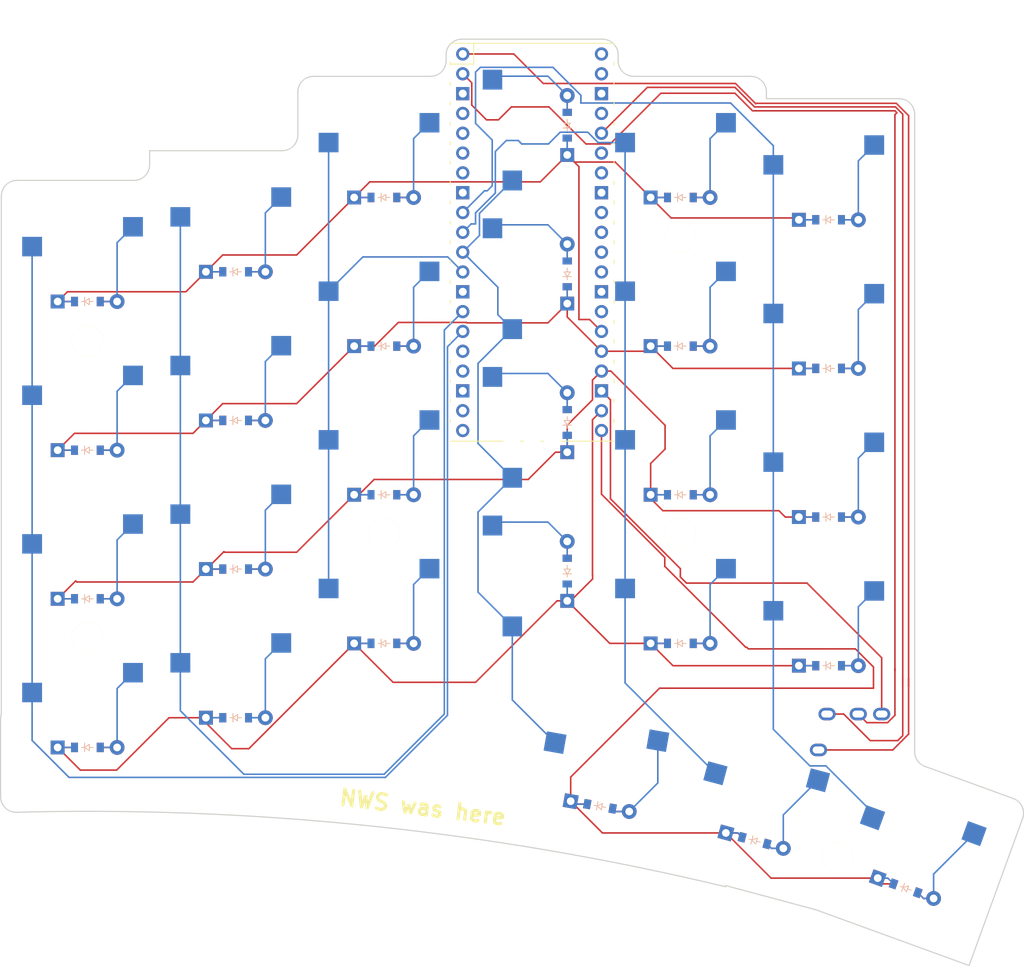
<source format=kicad_pcb>
(kicad_pcb (version 20241229) (generator "pcbnew") (generator_version "9.0")
  (title_block (title "left") (date "2025-08-21") (rev "v1.0.0") (company "Unknown"))
  (layers (0 "F.Cu" signal) (2 "B.Cu" signal) (13 "F.Paste" user) (15 "B.Paste" user) (5 "F.SilkS" user "F.Silkscreen") (7 "B.SilkS" user "B.Silkscreen") (1 "F.Mask" user) (3 "B.Mask" user) (25 "Edge.Cuts" user))
  (net 0 "")
  (net 1 "GP11")
  (net 2 "outer_bottom")
  (net 3 "outer_home")
  (net 4 "outer_top")
  (net 5 "outer_num")
  (net 6 "GP10")
  (net 7 "pinky_bottom")
  (net 8 "pinky_home")
  (net 9 "pinky_top")
  (net 10 "pinky_num")
  (net 11 "GP9")
  (net 12 "ring_bottom")
  (net 13 "ring_home")
  (net 14 "ring_top")
  (net 15 "ring_num")
  (net 16 "GP7")
  (net 17 "index_bottom")
  (net 18 "index_home")
  (net 19 "index_top")
  (net 20 "index_num")
  (net 21 "GP6")
  (net 22 "inner_bottom")
  (net 23 "inner_home")
  (net 24 "inner_top")
  (net 25 "inner_num")
  (net 26 "GP8")
  (net 27 "tuck_only")
  (net 28 "center_only")
  (net 29 "reach_only")
  (net 30 "middle_bottom")
  (net 31 "middle_home")
  (net 32 "middle_top")
  (net 33 "middle_num")
  (net 34 "GP17")
  (net 35 "GP18")
  (net 36 "GP19")
  (net 37 "GP20")
  (net 38 "GP16")
  (net 39 "3V3")
  (net 40 "GP0")
  (net 41 "GP1")
  (net 42 "GND")
  (net 43 "GP2")
  (net 44 "GP3")
  (net 45 "GP4")
  (net 46 "GP5")
  (net 47 "GP12")
  (net 48 "GP13")
  (net 49 "GP14")
  (net 50 "GP15")
  (net 51 "GP21")
  (net 52 "GP22")
  (net 53 "GP26")
  (net 54 "GP27")
  (net 55 "GP28")
  (net 56 "RUN")
  (net 57 "ADC_VREF")
  (net 58 "3V3_EN")
  (net 59 "VSYS")
  (net 60 "VBUS")
  (net 61 "AGND")
  (footprint "ComboDiode" (layer "F.Cu") (at 145 132.11)
    (property "Reference" "D16" (hide yes))
    (property "Value" "" (hide yes))
  )
  (footprint "MX" (layer "F.Cu") (at 164 130.4675)
    (property "Reference" "S20" (hide yes))
    (property "Value" "" (hide yes))
  )
  (footprint "ComboDiode" (layer "F.Cu") (at 107 189.26)
    (property "Reference" "D9" (hide yes))
    (property "Value" "" (hide yes))
  )
  (footprint "ComboDiode" (layer "F.Cu") (at 145 151.16)
    (property "Reference" "D15" (hide yes))
    (property "Value" "" (hide yes))
  )
  (footprint "MX" (layer "F.Cu") (at 164 187.6175)
    (property "Reference" "S17" (hide yes))
    (property "Value" "" (hide yes))
  )
  (footprint "ComboDiode" (layer "F.Cu") (at 69 164.495)
    (property "Reference" "D3" (hide yes))
    (property "Value" "" (hide yes))
  )
  (footprint "ComboDiode" (layer "F.Cu") (at 145 189.26)
    (property "Reference" "D13" (hide yes))
    (property "Value" "" (hide yes))
  )
  (footprint "MX" (layer "F.Cu") (at 126 179.9975 90)
    (property "Reference" "S24" (hide yes))
    (property "Value" "" (hide yes))
  )
  (footprint "ComboDiode" (layer "F.Cu") (at 88 141.635)
    (property "Reference" "D8" (hide yes))
    (property "Value" "" (hide yes))
  )
  (footprint "MX" (layer "F.Cu") (at 126 122.8475 90)
    (property "Reference" "S27" (hide yes))
    (property "Value" "" (hide yes))
  )
  (footprint "RPi_Pico_SMD_TH" (layer "F.Cu") (at 126 137.8475)
    (property "Reference" "_1" (hide yes))
    (property "Value" "RPi_Pico_SMD_TH")
  )
  (footprint "MX" (layer "F.Cu") (at 88 156.185)
    (property "Reference" "S7" (hide yes))
    (property "Value" "" (hide yes))
  )
  (footprint "ComboDiode" (layer "F.Cu") (at 107 151.16)
    (property "Reference" "D11" (hide yes))
    (property "Value" "" (hide yes))
  )
  (footprint "MX" (layer "F.Cu") (at 88 194.285)
    (property "Reference" "S5" (hide yes))
    (property "Value" "" (hide yes))
  )
  (footprint "MX" (layer "F.Cu") (at 107 165.71)
    (property "Reference" "S10" (hide yes))
    (property "Value" "" (hide yes))
  )
  (footprint "MX" (layer "F.Cu") (at 164 168.5675)
    (property "Reference" "S18" (hide yes))
    (property "Value" "" (hide yes))
  )
  (footprint "ComboDiode" (layer "F.Cu") (at 130.5 179.9975 90)
    (property "Reference" "D24" (hide yes))
    (property "Value" "" (hide yes))
  )
  (footprint "ComboDiode" (layer "F.Cu") (at 88 179.735)
    (property "Reference" "D6" (hide yes))
    (property "Value" "" (hide yes))
  )
  (footprint "MX" (layer "F.Cu") (at 107 146.66)
    (property "Reference" "S11" (hide yes))
    (property "Value" "" (hide yes))
  )
  (footprint "ComboDiode" (layer "F.Cu") (at 164 192.1175)
    (property "Reference" "D17" (hide yes))
    (property "Value" "" (hide yes))
  )
  (footprint "MX" (layer "F.Cu") (at 107 127.61)
    (property "Reference" "S12" (hide yes))
    (property "Value" "" (hide yes))
  )
  (footprint "HOLE_M2_TH" (layer "F.Cu") (at 165.16057 216.739174 -20)
    (property "Reference" "")
    (property "Value" "")
  )
  (footprint "MX" (layer "F.Cu") (at 145 127.61)
    (property "Reference" "S16" (hide yes))
    (property "Value" "" (hide yes))
  )
  (footprint "ComboDiode" (layer "F.Cu") (at 130.5 141.8975 90)
    (property "Reference" "D26" (hide yes))
    (property "Value" "" (hide yes))
  )
  (footprint "HOLE_M2_TH" (layer "F.Cu") (at 69 188.57)
    (property "Reference" "")
    (property "Value" "")
  )
  (footprint "MX" (layer "F.Cu") (at 88 137.135)
    (property "Reference" "S8" (hide yes))
    (property "Value" "" (hide yes))
  )
  (footprint "ComboDiode" (layer "F.Cu") (at 88 198.785)
    (property "Reference" "D5" (hide yes))
    (property "Value" "" (hide yes))
  )
  (footprint "HOLE_M2_TH" (layer "F.Cu") (at 69 150.47)
    (property "Reference" "")
    (property "Value" "")
  )
  (footprint "MX" (layer "F.Cu") (at 126 160.9475 90)
    (property "Reference" "S25" (hide yes))
    (property "Value" "" (hide yes))
  )
  (footprint "ComboDiode" (layer "F.Cu") (at 130.5 160.9475 90)
    (property "Reference" "D25" (hide yes))
    (property "Value" "" (hide yes))
  )
  (footprint "ComboDiode" (layer "F.Cu") (at 134.693583 210.146635 -10)
    (property "Reference" "D21" (hide yes))
    (property "Value" "" (hide yes))
  )
  (footprint "ComboDiode" (layer "F.Cu") (at 164 134.9675)
    (property "Reference" "D20" (hide yes))
    (property "Value" "" (hide yes))
  )
  (footprint "HOLE_M2_TH" (layer "F.Cu") (at 145 137.135)
    (property "Reference" "")
    (property "Value" "")
  )
  (footprint "ComboDiode" (layer "F.Cu") (at 107 170.21)
    (property "Reference" "D10" (hide yes))
    (property "Value" "" (hide yes))
  )
  (footprint "ComboDiode" (layer "F.Cu") (at 130.5 122.8475 90)
    (property "Reference" "D27" (hide yes))
    (property "Value" "" (hide yes))
  )
  (footprint "MX" (layer "F.Cu") (at 69 179.045)
    (property "Reference" "S2" (hide yes))
    (property "Value" "" (hide yes))
  )
  (footprint "MX" (layer "F.Cu") (at 175.414239 216.416687 -20)
    (property "Reference" "S23" (hide yes))
    (property "Value" "" (hide yes))
  )
  (footprint "HOLE_M2_TH" (layer "F.Cu") (at 107 175.235)
    (property "Reference" "")
    (property "Value" "")
  )
  (footprint "ComboDiode" (layer "F.Cu") (at 164 154.0175)
    (property "Reference" "D19" (hide yes))
    (property "Value" "" (hide yes))
  )
  (footprint "ComboDiode" (layer "F.Cu") (at 164 173.0675)
    (property "Reference" "D18" (hide yes))
    (property "Value" "" (hide yes))
  )
  (footprint "MX" (layer "F.Cu") (at 155.678242 210.193951 -15)
    (property "Reference" "S22" (hide yes))
    (property "Value" "" (hide yes))
  )
  (footprint "MX" (layer "F.Cu") (at 126 141.8975 90)
    (property "Reference" "S26" (hide yes))
    (property "Value" "" (hide yes))
  )
  (footprint "ComboDiode" (layer "F.Cu") (at 69 145.445)
    (property "Reference" "D4" (hide yes))
    (property "Value" "" (hide yes))
  )
  (footprint "MX" (layer "F.Cu") (at 88 175.235)
    (property "Reference" "S6" (hide yes))
    (property "Value" "" (hide yes))
  )
  (footprint "ComboDiode" (layer "F.Cu") (at 69 202.595)
    (property "Reference" "D1" (hide yes))
    (property "Value" "" (hide yes))
  )
  (footprint "ComboDiode" (layer "F.Cu") (at 69 183.545)
    (property "Reference" "D2" (hide yes))
    (property "Value" "" (hide yes))
  )
  (footprint "MX" (layer "F.Cu") (at 69 198.095)
    (property "Reference" "S1" (hide yes))
    (property "Value" "" (hide yes))
  )
  (footprint "MX" (layer "F.Cu") (at 145 165.71)
    (property "Reference" "S14" (hide yes))
    (property "Value" "" (hide yes))
  )
  (footprint "ComboDiode" (layer "F.Cu") (at 107 132.11)
    (property "Reference" "D12" (hide yes))
    (property "Value" "" (hide yes))
  )
  (footprint "MX" (layer "F.Cu") (at 107 184.76)
    (property "Reference" "S9" (hide yes))
    (property "Value" "" (hide yes))
  )
  (footprint "ComboDiode" (layer "F.Cu") (at 173.875148 220.645304 -20)
    (property "Reference" "D23" (hide yes))
    (property "Value" "" (hide yes))
  )
  (footprint "ComboDiode" (layer "F.Cu") (at 154.513557 214.540617 -15)
    (property "Reference" "D22" (hide yes))
    (property "Value" "" (hide yes))
  )
  (footprint "MX" (layer "F.Cu") (at 69 159.995)
    (property "Reference" "S3" (hide yes))
    (property "Value" "" (hide yes))
  )
  (footprint "HOLE_M2_TH" (layer "F.Cu") (at 145 175.235)
    (property "Reference" "")
    (property "Value" "")
  )
  (footprint "ComboDiode" (layer "F.Cu") (at 88 160.685)
    (property "Reference" "D7" (hide yes))
    (property "Value" "" (hide yes))
  )
  (footprint "MX" (layer "F.Cu") (at 69 140.945)
    (property "Reference" "S4" (hide yes))
    (property "Value" "" (hide yes))
  )
  (footprint "MX" (layer "F.Cu") (at 135.475 205.715 -10)
    (property "Reference" "S21" (hide yes))
    (property "Value" "" (hide yes))
  )
  (footprint "MX" (layer "F.Cu") (at 164 149.5175)
    (property "Reference" "S19" (hide yes))
    (property "Value" "" (hide yes))
  )
  (footprint "ComboDiode" (layer "F.Cu") (at 145 170.21)
    (property "Reference" "D14" (hide yes))
    (property "Value" "" (hide yes))
  )
  (footprint "MX" (layer "F.Cu") (at 145 146.66)
    (property "Reference" "S15" (hide yes))
    (property "Value" "" (hide yes))
  )
  (footprint "MX" (layer "F.Cu") (at 145 184.76)
    (property "Reference" "S13" (hide yes))
    (property "Value" "" (hide yes))
  )
  (footprint "ceoloide:trrs_pj320a" (layer "B.Cu") (at 174 200.6175 -90)
    (property "Reference" "TRRS1" (hide yes))
    (property "Value" "")
  )
  (gr_line (start 137.025 114.585) (end 137.025 113.8225) (stroke (width 0.15)) (layer "Edge.Cuts"))
  (gr_line (start 76.975 126.11) (end 76.975 127.92) (stroke (width 0.15)) (layer "Edge.Cuts"))
  (gr_arc (start 57.975 131.92) (mid 58.560786 130.505786) (end 59.975 129.92) (stroke (width 0.15)) (layer "Edge.Cuts"))
  (gr_line (start 156.025 119.4425) (end 156.025 118.585) (stroke (width 0.15)) (layer "Edge.Cuts"))
  (gr_line (start 93.975 126.11) (end 76.975 126.11) (stroke (width 0.15)) (layer "Edge.Cuts"))
  (gr_arc (start 59.927469 210.905525) (mid 105.66354 212.69915) (end 150.774461 220.445772) (stroke (width 0.15)) (layer "Edge.Cuts"))
  (gr_arc (start 95.975 118.585) (mid 96.560786 117.170786) (end 97.975 116.585) (stroke (width 0.15)) (layer "Edge.Cuts"))
  (gr_line (start 114.975 113.8225) (end 114.975 114.585) (stroke (width 0.15)) (layer "Edge.Cuts"))
  (gr_line (start 182.003578 230.54757) (end 188.861082 211.706733) (stroke (width 0.15)) (layer "Edge.Cuts"))
  (gr_arc (start 76.975 127.92) (mid 76.389214 129.334214) (end 74.975 129.92) (stroke (width 0.15)) (layer "Edge.Cuts"))
  (gr_line (start 150.774461 220.445772) (end 150.800031 220.300758) (stroke (width 0.15)) (layer "Edge.Cuts"))
  (gr_arc (start 139.025 116.585) (mid 137.610786 115.999214) (end 137.025 114.585) (stroke (width 0.15)) (layer "Edge.Cuts"))
  (gr_line (start 112.975 116.585) (end 97.975 116.585) (stroke (width 0.15)) (layer "Edge.Cuts"))
  (gr_line (start 74.975 129.92) (end 59.975 129.92) (stroke (width 0.15)) (layer "Edge.Cuts"))
  (gr_arc (start 176.34096 205.021426) (mid 175.38668 204.289197) (end 175.025 203.14204) (stroke (width 0.15)) (layer "Edge.Cuts"))
  (gr_arc (start 114.975 113.8225) (mid 115.560786 112.408286) (end 116.975 111.8225) (stroke (width 0.15)) (layer "Edge.Cuts"))
  (gr_arc (start 173.025 119.4425) (mid 174.439214 120.028286) (end 175.025 121.4425) (stroke (width 0.15)) (layer "Edge.Cuts"))
  (gr_line (start 135.025 111.8225) (end 116.975 111.8225) (stroke (width 0.15)) (layer "Edge.Cuts"))
  (gr_arc (start 135.025 111.8225) (mid 136.439214 112.408286) (end 137.025 113.8225) (stroke (width 0.15)) (layer "Edge.Cuts"))
  (gr_line (start 150.800031 220.300758) (end 162.363646 223.399219) (stroke (width 0.15)) (layer "Edge.Cuts"))
  (gr_line (start 187.665737 209.143307) (end 176.34096 205.021426) (stroke (width 0.15)) (layer "Edge.Cuts"))
  (gr_line (start 154.025 116.585) (end 139.025 116.585) (stroke (width 0.15)) (layer "Edge.Cuts"))
  (gr_line (start 95.975 118.585) (end 95.975 124.11) (stroke (width 0.15)) (layer "Edge.Cuts"))
  (gr_line (start 175.025 203.14204) (end 175.025 121.4425) (stroke (width 0.15)) (layer "Edge.Cuts"))
  (gr_arc (start 154.025 116.585) (mid 155.439214 117.170786) (end 156.025 118.585) (stroke (width 0.15)) (layer "Edge.Cuts"))
  (gr_arc (start 59.927469 210.905525) (mid 58.479456 210.338858) (end 57.875 208.906213) (stroke (width 0.15)) (layer "Edge.Cuts"))
  (gr_arc (start 95.975 124.11) (mid 95.389214 125.524214) (end 93.975 126.11) (stroke (width 0.15)) (layer "Edge.Cuts"))
  (gr_line (start 162.363646 223.399219) (end 182.003578 230.54757) (stroke (width 0.15)) (layer "Edge.Cuts"))
  (gr_line (start 173.025 119.4425) (end 156.025 119.4425) (stroke (width 0.15)) (layer "Edge.Cuts"))
  (gr_line (start 57.875 208.906213) (end 57.875 198.78191) (stroke (width 0.15)) (layer "Edge.Cuts"))
  (gr_arc (start 187.665737 209.143307) (mid 188.794319 210.177456) (end 188.861082 211.706733) (stroke (width 0.15)) (layer "Edge.Cuts"))
  (gr_arc (start 114.975 114.585) (mid 114.389214 115.999214) (end 112.975 116.585) (stroke (width 0.15)) (layer "Edge.Cuts"))
  (gr_line (start 57.975 198.214782) (end 57.975 131.92) (stroke (width 0.15)) (layer "Edge.Cuts"))
  (gr_line (start 57.975 198.214782) (end 57.875 198.78191) (stroke (width 0.15)) (layer "Edge.Cuts"))
  (gr_text "NWS was here" (at 122.829462 211.608663 -7) (layer "F.SilkS") (effects (font (size 2 2) (thickness 0.4)) (justify right)))
  (segment (start 115.151 198.476533) (end 107.191766 206.435767) (width 0.2) (layer "B.Cu") (net 1))
  (segment (start 61.915 195.555) (end 61.915 138.405) (width 0.2) (layer "B.Cu") (net 1))
  (segment (start 115.151 151.2365) (end 115.151 198.476533) (width 0.2) (layer "B.Cu") (net 1))
  (segment (start 61.915 201.7) (end 61.915 195.555) (width 0.2) (layer "B.Cu") (net 1))
  (segment (start 66.650767 206.435767) (end 61.915 201.7) (width 0.2) (layer "B.Cu") (net 1))
  (segment (start 107.191766 206.435767) (end 66.650767 206.435767) (width 0.2) (layer "B.Cu") (net 1))
  (segment (start 117.11 149.2775) (end 115.151 151.2365) (width 0.2) (layer "B.Cu") (net 1))
  (segment (start 72.81 202.595) (end 70.65 202.595) (width 0.2) (layer "F.Cu") (net 2))
  (segment (start 74.842 193.015) (end 72.81 195.047) (width 0.2) (layer "B.Cu") (net 2))
  (segment (start 72.81 202.595) (end 70.65 202.595) (width 0.2) (layer "B.Cu") (net 2))
  (segment (start 72.81 195.047) (end 72.81 202.595) (width 0.2) (layer "B.Cu") (net 2))
  (segment (start 72.81 183.545) (end 70.65 183.545) (width 0.2) (layer "F.Cu") (net 3))
  (segment (start 74.842 173.965) (end 72.81 175.997) (width 0.2) (layer "B.Cu") (net 3))
  (segment (start 70.65 183.545) (end 72.81 183.545) (width 0.2) (layer "B.Cu") (net 3))
  (segment (start 72.81 175.997) (end 72.81 183.545) (width 0.2) (layer "B.Cu") (net 3))
  (segment (start 72.81 164.495) (end 70.65 164.495) (width 0.2) (layer "F.Cu") (net 4))
  (segment (start 74.842 154.915) (end 72.81 156.947) (width 0.2) (layer "B.Cu") (net 4))
  (segment (start 72.81 164.495) (end 70.65 164.495) (width 0.2) (layer "B.Cu") (net 4))
  (segment (start 72.81 156.947) (end 72.81 164.495) (width 0.2) (layer "B.Cu") (net 4))
  (segment (start 72.81 145.445) (end 70.65 145.445) (width 0.2) (layer "F.Cu") (net 5))
  (segment (start 72.81 145.445) (end 70.65 145.445) (width 0.2) (layer "B.Cu") (net 5))
  (segment (start 74.842 135.865) (end 72.81 137.897) (width 0.2) (layer "B.Cu") (net 5))
  (segment (start 72.81 137.897) (end 72.81 145.445) (width 0.2) (layer "B.Cu") (net 5))
  (segment (start 89.059767 206.034767) (end 107.025666 206.034767) (width 0.2) (layer "B.Cu") (net 6))
  (segment (start 114.75 149.0975) (end 117.11 146.7375) (width 0.2) (layer "B.Cu") (net 6))
  (segment (start 80.915 191.745) (end 80.915 197.89) (width 0.2) (layer "B.Cu") (net 6))
  (segment (start 114.75 198.310433) (end 114.75 149.0975) (width 0.2) (layer "B.Cu") (net 6))
  (segment (start 80.915 197.89) (end 89.059767 206.034767) (width 0.2) (layer "B.Cu") (net 6))
  (segment (start 80.915 191.745) (end 80.915 134.595) (width 0.2) (layer "B.Cu") (net 6))
  (segment (start 107.025666 206.034767) (end 114.75 198.310433) (width 0.2) (layer "B.Cu") (net 6))
  (segment (start 91.81 198.785) (end 89.65 198.785) (width 0.2) (layer "F.Cu") (net 7))
  (segment (start 93.842 189.205) (end 91.81 191.237) (width 0.2) (layer "B.Cu") (net 7))
  (segment (start 89.65 198.785) (end 91.81 198.785) (width 0.2) (layer "B.Cu") (net 7))
  (segment (start 91.81 191.237) (end 91.81 198.785) (width 0.2) (layer "B.Cu") (net 7))
  (segment (start 91.81 179.735) (end 89.65 179.735) (width 0.2) (layer "F.Cu") (net 8))
  (segment (start 91.81 179.735) (end 89.65 179.735) (width 0.2) (layer "B.Cu") (net 8))
  (segment (start 91.81 172.187) (end 91.81 179.735) (width 0.2) (layer "B.Cu") (net 8))
  (segment (start 93.842 170.155) (end 91.81 172.187) (width 0.2) (layer "B.Cu") (net 8))
  (segment (start 91.81 160.685) (end 89.65 160.685) (width 0.2) (layer "F.Cu") (net 9))
  (segment (start 93.842 151.105) (end 91.81 153.137) (width 0.2) (layer "B.Cu") (net 9))
  (segment (start 91.81 153.137) (end 91.81 160.685) (width 0.2) (layer "B.Cu") (net 9))
  (segment (start 91.81 160.685) (end 89.65 160.685) (width 0.2) (layer "B.Cu") (net 9))
  (segment (start 91.81 141.635) (end 89.65 141.635) (width 0.2) (layer "F.Cu") (net 10))
  (segment (start 91.81 141.635) (end 89.65 141.635) (width 0.2) (layer "B.Cu") (net 10))
  (segment (start 93.842 132.055) (end 91.81 134.087) (width 0.2) (layer "B.Cu") (net 10))
  (segment (start 91.81 134.087) (end 91.81 141.635) (width 0.2) (layer "B.Cu") (net 10))
  (segment (start 99.915 144.12) (end 104.306 139.729) (width 0.2) (layer "B.Cu") (net 11))
  (segment (start 104.306 139.729) (end 115.1815 139.729) (width 0.2) (layer "B.Cu") (net 11))
  (segment (start 99.915 182.22) (end 99.915 125.07) (width 0.2) (layer "B.Cu") (net 11))
  (segment (start 115.1815 139.729) (end 117.11 141.6575) (width 0.2) (layer "B.Cu") (net 11))
  (segment (start 110.81 189.26) (end 108.65 189.26) (width 0.2) (layer "F.Cu") (net 12))
  (segment (start 108.65 189.26) (end 110.81 189.26) (width 0.2) (layer "B.Cu") (net 12))
  (segment (start 110.81 181.712) (end 110.81 189.26) (width 0.2) (layer "B.Cu") (net 12))
  (segment (start 112.842 179.68) (end 110.81 181.712) (width 0.2) (layer "B.Cu") (net 12))
  (segment (start 110.81 170.21) (end 108.65 170.21) (width 0.2) (layer "F.Cu") (net 13))
  (segment (start 112.842 160.63) (end 110.81 162.662) (width 0.2) (layer "B.Cu") (net 13))
  (segment (start 110.81 162.662) (end 110.81 170.21) (width 0.2) (layer "B.Cu") (net 13))
  (segment (start 110.81 170.21) (end 108.65 170.21) (width 0.2) (layer "B.Cu") (net 13))
  (segment (start 110.81 151.16) (end 108.65 151.16) (width 0.2) (layer "F.Cu") (net 14))
  (segment (start 112.842 141.58) (end 110.81 143.612) (width 0.2) (layer "B.Cu") (net 14))
  (segment (start 110.81 143.612) (end 110.81 151.16) (width 0.2) (layer "B.Cu") (net 14))
  (segment (start 110.81 151.16) (end 108.65 151.16) (width 0.2) (layer "B.Cu") (net 14))
  (segment (start 110.81 132.11) (end 108.65 132.11) (width 0.2) (layer "F.Cu") (net 15))
  (segment (start 108.65 132.11) (end 110.81 132.11) (width 0.2) (layer "B.Cu") (net 15))
  (segment (start 112.842 122.53) (end 110.81 124.562) (width 0.2) (layer "B.Cu") (net 15))
  (segment (start 110.81 124.562) (end 110.81 132.11) (width 0.2) (layer "B.Cu") (net 15))
  (segment (start 124.226709 124.8065) (end 122.693291 124.8065) (width 0.2) (layer "B.Cu") (net 16))
  (segment (start 137.915 125.07) (end 137.735 125.25) (width 0.2) (layer "B.Cu") (net 16))
  (segment (start 118.75 134.0754) (end 118.75 135.5) (width 0.2) (layer "B.Cu") (net 16))
  (segment (start 129.599 123.7465) (end 133.13124 123.7465) (width 0.2) (layer "B.Cu") (net 16))
  (segment (start 134.45474 125.07) (end 137.915 125.07) (width 0.2) (layer "B.Cu") (net 16))
  (segment (start 121.2877 131.5377) (end 118.75 134.0754) (width 0.2) (layer "B.Cu") (net 16))
  (segment (start 128.097 125.2485) (end 129.599 123.7465) (width 0.2) (layer "B.Cu") (net 16))
  (segment (start 133.13124 123.7465) (end 134.45474 125.07) (width 0.2) (layer "B.Cu") (net 16))
  (segment (start 121.2877 126.212091) (end 121.2877 131.5377) (width 0.2) (layer "B.Cu") (net 16))
  (segment (start 124.66871 125.2485) (end 128.097 125.2485) (width 0.2) (layer "B.Cu") (net 16))
  (segment (start 124.670209 125.25) (end 124.460105 125.039895) (width 0.2) (layer "B.Cu") (net 16))
  (segment (start 118.1875 135.5) (end 117.11 136.5775) (width 0.2) (layer "B.Cu") (net 16))
  (segment (start 137.915 182.22) (end 137.915 194.329708) (width 0.2) (layer "B.Cu") (net 16))
  (segment (start 137.915 194.329708) (end 149.492058 205.906766) (width 0.2) (layer "B.Cu") (net 16))
  (segment (start 118.75 135.5) (end 118.1875 135.5) (width 0.2) (layer "B.Cu") (net 16))
  (segment (start 122.693291 124.8065) (end 121.2877 126.212091) (width 0.2) (layer "B.Cu") (net 16))
  (segment (start 124.460105 125.039895) (end 124.226709 124.8065) (width 0.2) (layer "B.Cu") (net 16))
  (segment (start 137.915 125.07) (end 137.915 182.22) (width 0.2) (layer "B.Cu") (net 16))
  (segment (start 124.460105 125.039895) (end 124.66871 125.2485) (width 0.2) (layer "B.Cu") (net 16))
  (segment (start 148.81 189.26) (end 146.65 189.26) (width 0.2) (layer "F.Cu") (net 17))
  (segment (start 148.81 189.26) (end 146.65 189.26) (width 0.2) (layer "B.Cu") (net 17))
  (segment (start 150.842 179.68) (end 148.81 181.712) (width 0.2) (layer "B.Cu") (net 17))
  (segment (start 148.81 181.712) (end 148.81 189.26) (width 0.2) (layer "B.Cu") (net 17))
  (segment (start 148.81 170.21) (end 146.65 170.21) (width 0.2) (layer "F.Cu") (net 18))
  (segment (start 148.81 170.21) (end 146.65 170.21) (width 0.2) (layer "B.Cu") (net 18))
  (segment (start 148.81 162.662) (end 148.81 170.21) (width 0.2) (layer "B.Cu") (net 18))
  (segment (start 150.842 160.63) (end 148.81 162.662) (width 0.2) (layer "B.Cu") (net 18))
  (segment (start 148.81 151.16) (end 146.65 151.16) (width 0.2) (layer "F.Cu") (net 19))
  (segment (start 150.842 141.58) (end 148.81 143.612) (width 0.2) (layer "B.Cu") (net 19))
  (segment (start 146.65 151.16) (end 148.81 151.16) (width 0.2) (layer "B.Cu") (net 19))
  (segment (start 148.81 143.612) (end 148.81 151.16) (width 0.2) (layer "B.Cu") (net 19))
  (segment (start 148.81 132.11) (end 146.65 132.11) (width 0.2) (layer "F.Cu") (net 20))
  (segment (start 150.842 122.53) (end 148.81 124.562) (width 0.2) (layer "B.Cu") (net 20))
  (segment (start 148.81 124.562) (end 148.81 132.11) (width 0.2) (layer "B.Cu") (net 20))
  (segment (start 148.81 132.11) (end 146.65 132.11) (width 0.2) (layer "B.Cu") (net 20))
  (segment (start 156.915 200.272397) (end 161.60327 204.960667) (width 0.2) (layer "B.Cu") (net 21))
  (segment (start 163.65575 204.960667) (end 169.625248 210.930165) (width 0.2) (layer "B.Cu") (net 21))
  (segment (start 120.8867 130.6133) (end 120.25 131.25) (width 0.2) (layer "B.Cu") (net 21))
  (segment (start 118.75 116.0485) (end 118.75 122.6133) (width 0.2) (layer "B.Cu") (net 21))
  (segment (start 120.25 131.25) (end 119.8975 131.25) (width 0.2) (layer "B.Cu") (net 21))
  (segment (start 156.915 127.9275) (end 156.915 185.0775) (width 0.2) (layer "B.Cu") (net 21))
  (segment (start 156.915 185.0775) (end 156.915 200.272397) (width 0.2) (layer "B.Cu") (net 21))
  (segment (start 151.439 120) (end 132.25 120) (width 0.2) (layer "B.Cu") (net 21))
  (segment (start 156.915 125.476) (end 151.439 120) (width 0.2) (layer "B.Cu") (net 21))
  (segment (start 169.625248 210.930165) (end 169.625248 211.606655) (width 0.2) (layer "B.Cu") (net 21))
  (segment (start 132.25 120) (end 132.25 119.014783) (width 0.2) (layer "B.Cu") (net 21))
  (segment (start 119.8975 131.25) (end 117.11 134.0375) (width 0.2) (layer "B.Cu") (net 21))
  (segment (start 120.8867 124.75) (end 120.8867 130.6133) (width 0.2) (layer "B.Cu") (net 21))
  (segment (start 128.664717 115.4295) (end 119.369 115.4295) (width 0.2) (layer "B.Cu") (net 21))
  (segment (start 161.60327 204.960667) (end 163.65575 204.960667) (width 0.2) (layer "B.Cu") (net 21))
  (segment (start 156.915 127.9275) (end 156.915 125.476) (width 0.2) (layer "B.Cu") (net 21))
  (segment (start 119.369 115.4295) (end 118.75 116.0485) (width 0.2) (layer "B.Cu") (net 21))
  (segment (start 118.75 122.6133) (end 120.8867 124.75) (width 0.2) (layer "B.Cu") (net 21))
  (segment (start 132.25 119.014783) (end 128.664717 115.4295) (width 0.2) (layer "B.Cu") (net 21))
  (segment (start 167.81 192.1175) (end 165.65 192.1175) (width 0.2) (layer "F.Cu") (net 22))
  (segment (start 167.81 192.1175) (end 165.65 192.1175) (width 0.2) (layer "B.Cu") (net 22))
  (segment (start 167.81 184.5695) (end 167.81 192.1175) (width 0.2) (layer "B.Cu") (net 22))
  (segment (start 169.842 182.5375) (end 167.81 184.5695) (width 0.2) (layer "B.Cu") (net 22))
  (segment (start 167.81 173.0675) (end 165.65 173.0675) (width 0.2) (layer "F.Cu") (net 23))
  (segment (start 167.81 173.0675) (end 165.65 173.0675) (width 0.2) (layer "B.Cu") (net 23))
  (segment (start 167.81 165.5195) (end 167.81 173.0675) (width 0.2) (layer "B.Cu") (net 23))
  (segment (start 169.842 163.4875) (end 167.81 165.5195) (width 0.2) (layer "B.Cu") (net 23))
  (segment (start 167.81 154.0175) (end 165.65 154.0175) (width 0.2) (layer "F.Cu") (net 24))
  (segment (start 167.81 146.4695) (end 167.81 154.0175) (width 0.2) (layer "B.Cu") (net 24))
  (segment (start 169.842 144.4375) (end 167.81 146.4695) (width 0.2) (layer "B.Cu") (net 24))
  (segment (start 167.81 154.0175) (end 165.65 154.0175) (width 0.2) (layer "B.Cu") (net 24))
  (segment (start 167.81 134.9675) (end 165.65 134.9675) (width 0.2) (layer "F.Cu") (net 25))
  (segment (start 167.81 127.4195) (end 167.81 134.9675) (width 0.2) (layer "B.Cu") (net 25))
  (segment (start 165.65 134.9675) (end 167.81 134.9675) (width 0.2) (layer "B.Cu") (net 25))
  (segment (start 169.842 125.3875) (end 167.81 127.4195) (width 0.2) (layer "B.Cu") (net 25))
  (segment (start 119.069 172.4235) (end 119.069 182.6915) (width 0.2) (layer "B.Cu") (net 26))
  (segment (start 119.25 136.9775) (end 117.11 139.1175) (width 0.2) (layer "B.Cu") (net 26))
  (segment (start 121.609 147.1315) (end 121.609 143.6165) (width 0.2) (layer "B.Cu") (net 26))
  (segment (start 123.46 148.9825) (end 119.069 153.3735) (width 0.2) (layer "B.Cu") (net 26))
  (segment (start 123.46 148.9825) (end 121.609 147.1315) (width 0.2) (layer "B.Cu") (net 26))
  (segment (start 119.069 182.6915) (end 123.46 187.0825) (width 0.2) (layer "B.Cu") (net 26))
  (segment (start 119.069 163.6415) (end 123.46 168.0325) (width 0.2) (layer "B.Cu") (net 26))
  (segment (start 119.069 153.3735) (end 119.069 163.6415) (width 0.2) (layer "B.Cu") (net 26))
  (segment (start 123.46 129.9325) (end 119.25 134.1425) (width 0.2) (layer "B.Cu") (net 26))
  (segment (start 119.25 134.1425) (end 119.25 136.9775) (width 0.2) (layer "B.Cu") (net 26))
  (segment (start 123.46 168.0325) (end 119.069 172.4235) (width 0.2) (layer "B.Cu") (net 26))
  (segment (start 121.609 143.6165) (end 117.11 139.1175) (width 0.2) (layer "B.Cu") (net 26))
  (segment (start 123.46 187.0825) (end 123.46 196.504588) (width 0.2) (layer "B.Cu") (net 26))
  (segment (start 123.46 196.504588) (end 128.938703 201.983291) (width 0.2) (layer "B.Cu") (net 26))
  (segment (start 136.693597 210.808235) (end 136.318516 210.433154) (width 0.2) (layer "F.Cu") (net 27))
  (segment (start 138.445701 210.808235) (end 136.693597 210.808235) (width 0.2) (layer "F.Cu") (net 27))
  (segment (start 142.11038 201.726629) (end 142.11038 207.143556) (width 0.2) (layer "B.Cu") (net 27))
  (segment (start 136.693597 210.808235) (end 136.318516 210.433154) (width 0.2) (layer "B.Cu") (net 27))
  (segment (start 142.11038 207.143556) (end 138.445701 210.808235) (width 0.2) (layer "B.Cu") (net 27))
  (segment (start 138.445701 210.808235) (end 136.693597 210.808235) (width 0.2) (layer "B.Cu") (net 27))
  (segment (start 156.107335 214.967668) (end 156.666385 215.526718) (width 0.2) (layer "F.Cu") (net 28))
  (segment (start 156.666385 215.526718) (end 158.193734 215.526718) (width 0.2) (layer "F.Cu") (net 28))
  (segment (start 156.666385 215.526718) (end 156.107335 214.967668) (width 0.2) (layer "B.Cu") (net 28))
  (segment (start 158.193734 211.241316) (end 158.193734 215.526718) (width 0.2) (layer "B.Cu") (net 28))
  (segment (start 158.193734 215.526718) (end 156.666385 215.526718) (width 0.2) (layer "B.Cu") (net 28))
  (segment (start 162.635981 206.799069) (end 158.193734 211.241316) (width 0.2) (layer "B.Cu") (net 28))
  (segment (start 176.164405 221.948401) (end 177.455377 221.948401) (width 0.2) (layer "F.Cu") (net 29))
  (segment (start 175.425641 221.209637) (end 176.164405 221.948401) (width 0.2) (layer "F.Cu") (net 29))
  (segment (start 175.425641 221.209637) (end 176.164405 221.948401) (width 0.2) (layer "B.Cu") (net 29))
  (segment (start 182.641386 213.64113) (end 177.455377 218.827139) (width 0.2) (layer "B.Cu") (net 29))
  (segment (start 177.455377 218.827139) (end 177.455377 221.948401) (width 0.2) (layer "B.Cu") (net 29))
  (segment (start 176.164405 221.948401) (end 177.455377 221.948401) (width 0.2) (layer "B.Cu") (net 29))
  (segment (start 130.5 176.1875) (end 130.5 178.3475) (width 0.2) (layer "F.Cu") (net 30))
  (segment (start 128.0281 173.7156) (end 130.5 176.1875) (width 0.2) (layer "B.Cu") (net 30))
  (segment (start 121.3599 173.7156) (end 128.0281 173.7156) (width 0.2) (layer "B.Cu") (net 30))
  (segment (start 120.92 174.1555) (end 121.3599 173.7156) (width 0.2) (layer "B.Cu") (net 30))
  (segment (start 130.5 178.3475) (end 130.5 176.1875) (width 0.2) (layer "B.Cu") (net 30))
  (segment (start 130.5 157.1375) (end 130.5 159.2975) (width 0.2) (layer "F.Cu") (net 31))
  (segment (start 130.5 157.1375) (end 130.5 159.2975) (width 0.2) (layer "B.Cu") (net 31))
  (segment (start 121.3599 154.6656) (end 128.0281 154.6656) (width 0.2) (layer "B.Cu") (net 31))
  (segment (start 128.0281 154.6656) (end 130.5 157.1375) (width 0.2) (layer "B.Cu") (net 31))
  (segment (start 120.92 155.1055) (end 121.3599 154.6656) (width 0.2) (layer "B.Cu") (net 31))
  (segment (start 130.5 140.2475) (end 130.5 138.0875) (width 0.2) (layer "F.Cu") (net 32))
  (segment (start 121.3599 135.6156) (end 128.0281 135.6156) (width 0.2) (layer "B.Cu") (net 32))
  (segment (start 130.5 138.0875) (end 130.5 140.2475) (width 0.2) (layer "B.Cu") (net 32))
  (segment (start 128.0281 135.6156) (end 130.5 138.0875) (width 0.2) (layer "B.Cu") (net 32))
  (segment (start 120.92 136.0555) (end 121.3599 135.6156) (width 0.2) (layer "B.Cu") (net 32))
  (segment (start 130.5 119.0375) (end 130.5 121.1975) (width 0.2) (layer "F.Cu") (net 33))
  (segment (start 128.0281 116.5656) (end 130.5 119.0375) (width 0.2) (layer "B.Cu") (net 33))
  (segment (start 121.3599 116.5656) (end 128.0281 116.5656) (width 0.2) (layer "B.Cu") (net 33))
  (segment (start 120.92 117.0055) (end 121.3599 116.5656) (width 0.2) (layer "B.Cu") (net 33))
  (segment (start 130.5 119.0375) (end 130.5 121.1975) (width 0.2) (layer "B.Cu") (net 33))
  (segment (start 65.19 202.595) (end 68.095 205.5) (width 0.2) (layer "F.Cu") (net 34))
  (segment (start 118.75 194.25) (end 129.1925 183.8075) (width 0.2) (layer "F.Cu") (net 34))
  (segment (start 89.7 202.75) (end 103.19 189.26) (width 0.2) (layer "F.Cu") (net 34))
  (segment (start 72.75 205.5) (end 79.465 198.785) (width 0.2) (layer "F.Cu") (net 34))
  (segment (start 133.739 180.489) (end 133.75 180.5) (width 0.2) (layer "F.Cu") (net 34))
  (segment (start 108.18 194.25) (end 118.75 194.25) (width 0.2) (layer "F.Cu") (net 34))
  (segment (start 129.1925 183.8075) (end 130.5 183.8075) (width 0.2) (layer "F.Cu") (net 34))
  (segment (start 130.9425 183.8075) (end 130.5 183.8075) (width 0.2) (layer "F.Cu") (net 34))
  (segment (start 84.19 199.44) (end 87.5 202.75) (width 0.2) (layer "F.Cu") (net 34))
  (segment (start 79.465 198.785) (end 84.19 198.785) (width 0.2) (layer "F.Cu") (net 34))
  (segment (start 160.19 192.1175) (end 162.35 192.1175) (width 0.2) (layer "F.Cu") (net 34))
  (segment (start 135.9525 189.26) (end 130.5 183.8075) (width 0.2) (layer "F.Cu") (net 34))
  (segment (start 87.5 202.75) (end 89.7 202.75) (width 0.2) (layer "F.Cu") (net 34))
  (segment (start 160.19 192.1175) (end 144.0475 192.1175) (width 0.2) (layer "F.Cu") (net 34))
  (segment (start 133.75 181) (end 130.9425 183.8075) (width 0.2) (layer "F.Cu") (net 34))
  (segment (start 103.19 189.26) (end 105.35 189.26) (width 0.2) (layer "F.Cu") (net 34))
  (segment (start 141.19 189.26) (end 135.9525 189.26) (width 0.2) (layer "F.Cu") (net 34))
  (segment (start 133.75 180.5) (end 133.75 181) (width 0.2) (layer "F.Cu") (net 34))
  (segment (start 141.19 189.26) (end 143.35 189.26) (width 0.2) (layer "F.Cu") (net 34))
  (segment (start 130.5 183.8075) (end 130.5 181.6475) (width 0.2) (layer "F.Cu") (net 34))
  (segment (start 84.19 198.785) (end 86.35 198.785) (width 0.2) (layer "F.Cu") (net 34))
  (segment (start 133.739 160.5885) (end 133.739 180.489) (width 0.2) (layer "F.Cu") (net 34))
  (segment (start 103.19 189.26) (end 108.18 194.25) (width 0.2) (layer "F.Cu") (net 34))
  (segment (start 134.89 159.4375) (end 133.739 160.5885) (width 0.2) (layer "F.Cu") (net 34))
  (segment (start 84.19 198.785) (end 84.19 199.44) (width 0.2) (layer "F.Cu") (net 34))
  (segment (start 144.0475 192.1175) (end 141.19 189.26) (width 0.2) (layer "F.Cu") (net 34))
  (segment (start 68.095 205.5) (end 72.75 205.5) (width 0.2) (layer "F.Cu") (net 34))
  (segment (start 65.19 202.595) (end 67.35 202.595) (width 0.2) (layer "F.Cu") (net 34))
  (segment (start 84.19 198.785) (end 86.35 198.785) (width 0.2) (layer "B.Cu") (net 34))
  (segment (start 103.19 189.26) (end 105.35 189.26) (width 0.2) (layer "B.Cu") (net 34))
  (segment (start 65.19 202.595) (end 67.35 202.595) (width 0.2) (layer "B.Cu") (net 34))
  (segment (start 162.35 192.1175) (end 160.19 192.1175) (width 0.2) (layer "B.Cu") (net 34))
  (segment (start 130.5 183.8075) (end 130.5 181.6475) (width 0.2) (layer "B.Cu") (net 34))
  (segment (start 143.35 189.26) (end 141.19 189.26) (width 0.2) (layer "B.Cu") (net 34))
  (segment (start 160.19 173.0675) (end 162.35 173.0675) (width 0.2) (layer "F.Cu") (net 35))
  (segment (start 143.041 164.352811) (end 141.19 166.203811) (width 0.2) (layer "F.Cu") (net 35))
  (segment (start 142.75 172.25) (end 157.6275 172.25) (width 0.2) (layer "F.Cu") (net 35))
  (segment (start 65.19 183.545) (end 65.205 183.545) (width 0.2) (layer "F.Cu") (net 35))
  (segment (start 84.19 179.735) (end 84.265 179.735) (width 0.2) (layer "F.Cu") (net 35))
  (segment (start 141.19 170.69) (end 142.75 172.25) (width 0.2) (layer "F.Cu") (net 35))
  (segment (start 141.19 166.203811) (end 141.19 170.21) (width 0.2) (layer "F.Cu") (net 35))
  (segment (start 157.6275 172.25) (end 158.445 173.0675) (width 0.2) (layer "F.Cu") (net 35))
  (segment (start 133.739 155.5085) (end 134.89 154.3575) (width 0.2) (layer "F.Cu") (net 35))
  (segment (start 130.5 161.75) (end 130.5 162.5975) (width 0.2) (layer "F.Cu") (net 35))
  (segment (start 141.19 170.21) (end 141.19 170.69) (width 0.2) (layer "F.Cu") (net 35))
  (segment (start 105.75 168.25) (end 125.5 168.25) (width 0.2) (layer "F.Cu") (net 35))
  (segment (start 67.6399 181.3899) (end 82.5351 181.3899) (width 0.2) (layer "F.Cu") (net 35))
  (segment (start 86.5 177.5) (end 86.5799 177.5799) (width 0.2) (layer "F.Cu") (net 35))
  (segment (start 95.8201 177.5799) (end 103.19 170.21) (width 0.2) (layer "F.Cu") (net 35))
  (segment (start 130.5 164.7575) (end 130.5 161.75) (width 0.2) (layer "F.Cu") (net 35))
  (segment (start 84.265 179.735) (end 86.5 177.5) (width 0.2) (layer "F.Cu") (net 35))
  (segment (start 82.5351 181.3899) (end 84.19 179.735) (width 0.2) (layer "F.Cu") (net 35))
  (segment (start 86.5799 177.5799) (end 95.8201 177.5799) (width 0.2) (layer "F.Cu") (net 35))
  (segment (start 141.19 170.21) (end 143.35 170.21) (width 0.2) (layer "F.Cu") (net 35))
  (segment (start 125.5 168.25) (end 128.9925 164.7575) (width 0.2) (layer "F.Cu") (net 35))
  (segment (start 136.092081 154.3575) (end 143.041 161.306419) (width 0.2) (layer "F.Cu") (net 35))
  (segment (start 133.739 158.0485) (end 133.739 155.5085) (width 0.2) (layer "F.Cu") (net 35))
  (segment (start 130.5 161.75) (end 130.5 161.2875) (width 0.2) (layer "F.Cu") (net 35))
  (segment (start 130.5 161.2875) (end 133.739 158.0485) (width 0.2) (layer "F.Cu") (net 35))
  (segment (start 103.19 170.21) (end 105.35 170.21) (width 0.2) (layer "F.Cu") (net 35))
  (segment (start 130.5 164.7575) (end 130.5 162.5975) (width 0.2) (layer "F.Cu") (net 35))
  (segment (start 134.89 154.3575) (end 136.092081 154.3575) (width 0.2) (layer "F.Cu") (net 35))
  (segment (start 103.79 170.21) (end 105.75 168.25) (width 0.2) (layer "F.Cu") (net 35))
  (segment (start 158.445 173.0675) (end 160.19 173.0675) (width 0.2) (layer "F.Cu") (net 35))
  (segment (start 67.5 181.25) (end 67.6399 181.3899) (width 0.2) (layer "F.Cu") (net 35))
  (segment (start 84.19 179.735) (end 86.35 179.735) (width 0.2) (layer "F.Cu") (net 35))
  (segment (start 128.9925 164.7575) (end 130.5 164.7575) (width 0.2) (layer "F.Cu") (net 35))
  (segment (start 65.19 183.545) (end 67.35 183.545) (width 0.2) (layer "F.Cu") (net 35))
  (segment (start 143.041 161.306419) (end 143.041 164.352811) (width 0.2) (layer "F.Cu") (net 35))
  (segment (start 65.205 183.545) (end 67.5 181.25) (width 0.2) (layer "F.Cu") (net 35))
  (segment (start 103.19 170.21) (end 103.79 170.21) (width 0.2) (layer "F.Cu") (net 35))
  (segment (start 105.35 170.21) (end 103.19 170.21) (width 0.2) (layer "B.Cu") (net 35))
  (segment (start 130.5 164.7575) (end 130.5 162) (width 0.2) (layer "B.Cu") (net 35))
  (segment (start 130.5 162.5975) (end 130.5 164.7575) (width 0.2) (layer "B.Cu") (net 35))
  (segment (start 143.35 170.21) (end 141.19 170.21) (width 0.2) (layer "B.Cu") (net 35))
  (segment (start 86.35 179.735) (end 84.19 179.735) (width 0.2) (layer "B.Cu") (net 35))
  (segment (start 65.19 183.545) (end 67.35 183.545) (width 0.2) (layer "B.Cu") (net 35))
  (segment (start 162.35 173.0675) (end 160.19 173.0675) (width 0.2) (layer "B.Cu") (net 35))
  (segment (start 65.19 164.495) (end 67.35 164.495) (width 0.2) (layer "F.Cu") (net 36))
  (segment (start 108.849689 148.1265) (end 105.816189 151.16) (width 0.2) (layer "F.Cu") (net 36))
  (segment (start 105.816189 151.16) (end 103.19 151.16) (width 0.2) (layer "F.Cu") (net 36))
  (segment (start 117.63966 148.1794) (end 117.58676 148.1265) (width 0.2) (layer "F.Cu") (net 36))
  (segment (start 128.0281 148.1794) (end 117.63966 148.1794) (width 0.2) (layer "F.Cu") (net 36))
  (segment (start 140.5325 151.8175) (end 141.19 151.16) (width 0.2) (layer "F.Cu") (net 36))
  (segment (start 86.3451 158.5299) (end 84.19 160.685) (width 0.2) (layer "F.Cu") (net 36))
  (segment (start 130.5 145.7075) (end 130.5 147.4275) (width 0.2) (layer "F.Cu") (net 36))
  (segment (start 84.19 160.685) (end 86.35 160.685) (width 0.2) (layer "F.Cu") (net 36))
  (segment (start 141.19 151.16) (end 143.35 151.16) (width 0.2) (layer "F.Cu") (net 36))
  (segment (start 117.58676 148.1265) (end 108.849689 148.1265) (width 0.2) (layer "F.Cu") (net 36))
  (segment (start 144.0475 154.0175) (end 141.19 151.16) (width 0.2) (layer "F.Cu") (net 36))
  (segment (start 134.89 151.8175) (end 140.5325 151.8175) (width 0.2) (layer "F.Cu") (net 36))
  (segment (start 103.19 151.16) (end 95.8201 158.5299) (width 0.2) (layer "F.Cu") (net 36))
  (segment (start 130.5 147.4275) (end 134.89 151.8175) (width 0.2) (layer "F.Cu") (net 36))
  (segment (start 160.19 154.0175) (end 144.0475 154.0175) (width 0.2) (layer "F.Cu") (net 36))
  (segment (start 162.35 154.0175) (end 160.19 154.0175) (width 0.2) (layer "F.Cu") (net 36))
  (segment (start 95.8201 158.5299) (end 86.3451 158.5299) (width 0.2) (layer "F.Cu") (net 36))
  (segment (start 130.5 145.7075) (end 128.0281 148.1794) (width 0.2) (layer "F.Cu") (net 36))
  (segment (start 84.19 160.685) (end 82.5351 162.3399) (width 0.2) (layer "F.Cu") (net 36))
  (segment (start 130.5 143.5475) (end 130.5 145.7075) (width 0.2) (layer "F.Cu") (net 36))
  (segment (start 67.3451 162.3399) (end 65.19 164.495) (width 0.2) (layer "F.Cu") (net 36))
  (segment (start 82.5351 162.3399) (end 67.3451 162.3399) (width 0.2) (layer "F.Cu") (net 36))
  (segment (start 105.35 151.16) (end 103.19 151.16) (width 0.2) (layer "B.Cu") (net 36))
  (segment (start 162.35 154.0175) (end 160.19 154.0175) (width 0.2) (layer "B.Cu") (net 36))
  (segment (start 67.35 164.495) (end 65.19 164.495) (width 0.2) (layer "B.Cu") (net 36))
  (segment (start 141.19 151.16) (end 143.35 151.16) (width 0.2) (layer "B.Cu") (net 36))
  (segment (start 130.5 145.7075) (end 130.5 143.5475) (width 0.2) (layer "B.Cu") (net 36))
  (segment (start 86.35 160.685) (end 84.19 160.685) (width 0.2) (layer "B.Cu") (net 36))
  (segment (start 141.19 132.11) (end 143.35 132.11) (width 0.2) (layer "F.Cu") (net 37))
  (segment (start 105.35 132.11) (end 103.19 132.11) (width 0.2) (layer "F.Cu") (net 37))
  (segment (start 103.19 132.11) (end 95.8201 139.4799) (width 0.2) (layer "F.Cu") (net 37))
  (segment (start 160.19 134.9675) (end 162.35 134.9675) (width 0.2) (layer "F.Cu") (net 37))
  (segment (start 141.19 132.11) (end 136.6485 127.5685) (width 0.2) (layer "F.Cu") (net 37))
  (segment (start 103.19 132.11) (end 105.1915 130.1085) (width 0.2) (layer "F.Cu") (net 37))
  (segment (start 159.9565 134.734) (end 143.814 134.734) (width 0.2) (layer "F.Cu") (net 37))
  (segment (start 105.1915 130.1085) (end 127.049 130.1085) (width 0.2) (layer "F.Cu") (net 37))
  (segment (start 81.6335 144.1915) (end 66.4435 144.1915) (width 0.2) (layer "F.Cu") (net 37))
  (segment (start 86.3451 139.4799) (end 84.19 141.635) (width 0.2) (layer "F.Cu") (net 37))
  (segment (start 95.8201 139.4799) (end 86.3451 139.4799) (width 0.2) (layer "F.Cu") (net 37))
  (segment (start 133.3625 147.75) (end 134.89 149.2775) (width 0.2) (layer "F.Cu") (net 37))
  (segment (start 130.5 126.6575) (end 130.5 124.4975) (width 0.2) (layer "F.Cu") (net 37))
  (segment (start 127.049 130.1085) (end 130.5 126.6575) (width 0.2) (layer "F.Cu") (net 37))
  (segment (start 65.19 145.445) (end 67.35 145.445) (width 0.2) (layer "F.Cu") (net 37))
  (segment (start 160.19 134.9675) (end 159.9565 134.734) (width 0.2) (layer "F.Cu") (net 37))
  (segment (start 143.814 134.734) (end 141.19 132.11) (width 0.2) (layer "F.Cu") (net 37))
  (segment (start 132 128.1575) (end 132 147.75) (width 0.2) (layer "F.Cu") (net 37))
  (segment (start 131.411 127.5685) (end 130.5 126.6575) (width 0.2) (layer "F.Cu") (net 37))
  (segment (start 84.19 141.635) (end 81.6335 144.1915) (width 0.2) (layer "F.Cu") (net 37))
  (segment (start 130.5 126.6575) (end 132 128.1575) (width 0.2) (layer "F.Cu") (net 37))
  (segment (start 132 147.75) (end 133.3625 147.75) (width 0.2) (layer "F.Cu") (net 37))
  (segment (start 136.6485 127.5685) (end 131.411 127.5685) (width 0.2) (layer "F.Cu") (net 37))
  (segment (start 84.19 141.635) (end 86.35 141.635) (width 0.2) (layer "F.Cu") (net 37))
  (segment (start 66.4435 144.1915) (end 65.19 145.445) (width 0.2) (layer "F.Cu") (net 37))
  (segment (start 143.35 132.11) (end 141.19 132.11) (width 0.2) (layer "B.Cu") (net 37))
  (segment (start 130.5 124.4975) (end 130.5 126.6575) (width 0.2) (layer "B.Cu") (net 37))
  (segment (start 160.19 134.9675) (end 162.35 134.9675) (width 0.2) (layer "B.Cu") (net 37))
  (segment (start 84.19 141.635) (end 86.35 141.635) (width 0.2) (layer "B.Cu") (net 37))
  (segment (start 103.19 132.11) (end 105.35 132.11) (width 0.2) (layer "B.Cu") (net 37))
  (segment (start 65.19 145.445) (end 67.35 145.445) (width 0.2) (layer "B.Cu") (net 37))
  (segment (start 152.360729 213.554516) (end 152.919779 214.113566) (width 0.2) (layer "F.Cu") (net 38))
  (segment (start 170.294919 219.342207) (end 156.621071 219.342207) (width 0.2) (layer "F.Cu") (net 38))
  (segment (start 134.89 170.14) (end 134.89 161.9775) (width 0.2) (layer "F.Cu") (net 38))
  (segment (start 135.010946 213.554516) (end 130.941465 209.485035) (width 0.2) (layer "F.Cu") (net 38))
  (segment (start 142.333647 195) (end 169.75 195) (width 0.2) (layer "F.Cu") (net 38))
  (segment (start 169.75 195) (end 169.75 192.284783) (width 0.2) (layer "F.Cu") (net 38))
  (segment (start 150.83338 213.554516) (end 135.010946 213.554516) (width 0.2) (layer "F.Cu") (net 38))
  (segment (start 133.06865 209.860116) (end 131.316546 209.860116) (width 0.2) (layer "F.Cu") (net 38))
  (segment (start 170.294919 219.342207) (end 171.033683 220.080971) (width 0.2) (layer "F.Cu") (net 38))
  (segment (start 130.941465 206.392182) (end 142.333647 195) (width 0.2) (layer "F.Cu") (net 38))
  (segment (start 167.427617 189.9624) (end 153.7124 189.9624) (width 0.2) (layer "F.Cu") (net 38))
  (segment (start 130.941465 209.485035) (end 130.941465 206.392182) (width 0.2) (layer "F.Cu") (net 38))
  (segment (start 156.621071 219.342207) (end 150.83338 213.554516) (width 0.2) (layer "F.Cu") (net 38))
  (segment (start 150.83338 213.554516) (end 152.360729 213.554516) (width 0.2) (layer "F.Cu") (net 38))
  (segment (start 153.7124 189.9624) (end 153.5 189.75) (width 0.2) (layer "F.Cu") (net 38))
  (segment (start 143 178.25) (end 134.89 170.14) (width 0.2) (layer "F.Cu") (net 38))
  (segment (start 131.316546 209.860116) (end 130.941465 209.485035) (width 0.2) (layer "F.Cu") (net 38))
  (segment (start 169.75 192.284783) (end 167.427617 189.9624) (width 0.2) (layer "F.Cu") (net 38))
  (segment (start 171.033683 220.080971) (end 172.324655 220.080971) (width 0.2) (layer "F.Cu") (net 38))
  (segment (start 153.370257 189.75) (end 143 179.379743) (width 0.2) (layer "F.Cu") (net 38))
  (segment (start 143 179.379743) (end 143 178.25) (width 0.2) (layer "F.Cu") (net 38))
  (segment (start 153.5 189.75) (end 153.370257 189.75) (width 0.2) (layer "F.Cu") (net 38))
  (segment (start 152.919779 214.113566) (end 152.360729 213.554516) (width 0.2) (layer "B.Cu") (net 38))
  (segment (start 152.360729 213.554516) (end 150.83338 213.554516) (width 0.2) (layer "B.Cu") (net 38))
  (segment (start 171.585891 219.342207) (end 170.294919 219.342207) (width 0.2) (layer "B.Cu") (net 38))
  (segment (start 133.06865 209.860116) (end 131.316546 209.860116) (width 0.2) (layer "B.Cu") (net 38))
  (segment (start 131.316546 209.860116) (end 130.941465 209.485035) (width 0.2) (layer "B.Cu") (net 38))
  (segment (start 172.324655 220.080971) (end 171.585891 219.342207) (width 0.2) (layer "B.Cu") (net 38))
  (segment (start 140.7675 118) (end 134.89 123.8775) (width 0.2) (layer "F.Cu") (net 39))
  (segment (start 173.5 201.074549) (end 173.5 194.75) (width 0.2) (layer "F.Cu") (net 39))
  (segment (start 165.935 198.3175) (end 169.336 201.7185) (width 0.2) (layer "F.Cu") (net 39))
  (segment (start 152 118) (end 140.7675 118) (width 0.2) (layer "F.Cu") (net 39))
  (segment (start 163.8 198.3175) (end 165.935 198.3175) (width 0.2) (layer "F.Cu") (net 39))
  (segment (start 169.336 201.7185) (end 172.856049 201.7185) (width 0.2) (layer "F.Cu") (net 39))
  (segment (start 172.856049 201.7185) (end 173.5 201.074549) (width 0.2) (layer "F.Cu") (net 39))
  (segment (start 173.5 121.4329) (end 172.5671 120.5) (width 0.2) (layer "F.Cu") (net 39))
  (segment (start 173.5 194.75) (end 173.5 121.4329) (width 0.2) (layer "F.Cu") (net 39))
  (segment (start 172.5671 120.5) (end 154.5 120.5) (width 0.2) (layer "F.Cu") (net 39))
  (segment (start 154.5 120.5) (end 152 118) (width 0.2) (layer "F.Cu") (net 39))
  (segment (start 173.5 194.75) (end 173.5 193.5) (width 0.2) (layer "F.Cu") (net 39))
  (segment (start 154.7065 120.0435) (end 154.65855 120.09145) (width 0.2) (layer "F.Cu") (net 40))
  (segment (start 172.224149 202.9175) (end 174.25 200.891649) (width 0.2) (layer "F.Cu") (net 40))
  (segment (start 174.25 121.6158) (end 172.6777 120.0435) (width 0.2) (layer "F.Cu") (net 40))
  (segment (start 162.7 202.9175) (end 172.224149 202.9175) (width 0.2) (layer "F.Cu") (net 40))
  (segment (start 174.25 194.75) (end 174.25 121.6158) (width 0.2) (layer "F.Cu") (net 40))
  (segment (start 123.649743 113.7175) (end 117.11 113.7175) (width 0.2) (layer "F.Cu") (net 40))
  (segment (start 172.6777 120.0435) (end 154.7065 120.0435) (width 0.2) (layer "F.Cu") (net 40))
  (segment (start 174.25 200.891649) (end 174.25 194.75) (width 0.2) (layer "F.Cu") (net 40))
  (segment (start 174.25 194.75) (end 174.25 193.75) (width 0.2) (layer "F.Cu") (net 40))
  (segment (start 152.0671 117.5) (end 127.432243 117.5) (width 0.2) (layer "F.Cu") (net 40))
  (segment (start 127.432243 117.5) (end 123.649743 113.7175) (width 0.2) (layer "F.Cu") (net 40))
  (segment (start 154.65855 120.09145) (end 152.0671 117.5) (width 0.2) (layer "F.Cu") (net 40))
  (segment (start 167.8 198.3175) (end 168.901 199.4185) (width 0.2) (layer "F.Cu") (net 41))
  (segment (start 142.5 118.75) (end 136 125.25) (width 0.2) (layer "F.Cu") (net 41))
  (segment (start 172.5 192.75) (end 172.5 121.5) (width 0.2) (layer "F.Cu") (net 41))
  (segment (start 172.5 121.5) (end 172.75 121.25) (width 0.2) (layer "F.Cu") (net 41))
  (segment (start 168.901 199.4185) (end 171.556049 199.4185) (width 0.2) (layer "F.Cu") (net 41))
  (segment (start 172.5 198.474549) (end 172.5 192.75) (width 0.2) (layer "F.Cu") (net 41))
  (segment (start 154.25 121) (end 152 118.75) (width 0.2) (layer "F.Cu") (net 41))
  (segment (start 132.9045 125.25) (end 128.1571 120.5026) (width 0.2) (layer "F.Cu") (net 41))
  (segment (start 118.261 120.266209) (end 118.261 117.4085) (width 0.2) (layer "F.Cu") (net 41))
  (segment (start 118.261 117.4085) (end 117.11 116.2575) (width 0.2) (layer "F.Cu") (net 41))
  (segment (start 121.686709 122.1585) (end 120.153291 122.1585) (width 0.2) (layer "F.Cu") (net 41))
  (segment (start 128.1571 120.5026) (end 123.342609 120.5026) (width 0.2) (layer "F.Cu") (net 41))
  (segment (start 136 125.25) (end 132.9045 125.25) (width 0.2) (layer "F.Cu") (net 41))
  (segment (start 172.5 192.75) (end 172.5 192.5) (width 0.2) (layer "F.Cu") (net 41))
  (segment (start 171.556049 199.4185) (end 172.5 198.474549) (width 0.2) (layer "F.Cu") (net 41))
  (segment (start 120.153291 122.1585) (end 118.261 120.266209) (width 0.2) (layer "F.Cu") (net 41))
  (segment (start 172.75 121.25) (end 172.5 121) (width 0.2) (layer "F.Cu") (net 41))
  (segment (start 123.342609 120.5026) (end 121.686709 122.1585) (width 0.2) (layer "F.Cu") (net 41))
  (segment (start 152 118.75) (end 142.5 118.75) (width 0.2) (layer "F.Cu") (net 41))
  (segment (start 172.5 121) (end 154.25 121) (width 0.2) (layer "F.Cu") (net 41))
  (segment (start 136.041 170.7239) (end 136.041 158.0485) (width 0.2) (layer "F.Cu") (net 42))
  (segment (start 145.781 181.531) (end 145 180.75) (width 0.2) (layer "F.Cu") (net 42))
  (segment (start 136.041 158.0485) (end 134.89 156.8975) (width 0.2) (layer "F.Cu") (net 42))
  (segment (start 170.8 191.101311) (end 161.229689 181.531) (width 0.2) (layer "F.Cu") (net 42))
  (segment (start 161.229689 181.531) (end 145.781 181.531) (width 0.2) (layer "F.Cu") (net 42))
  (segment (start 145 180.75) (end 145 179.6829) (width 0.2) (layer "F.Cu") (net 42))
  (segment (start 170.8 198.3175) (end 170.8 191.101311) (width 0.2) (layer "F.Cu") (net 42))
  (segment (start 145 179.6829) (end 136.041 170.7239) (width 0.2) (layer "F.Cu") (net 42))
)
</source>
